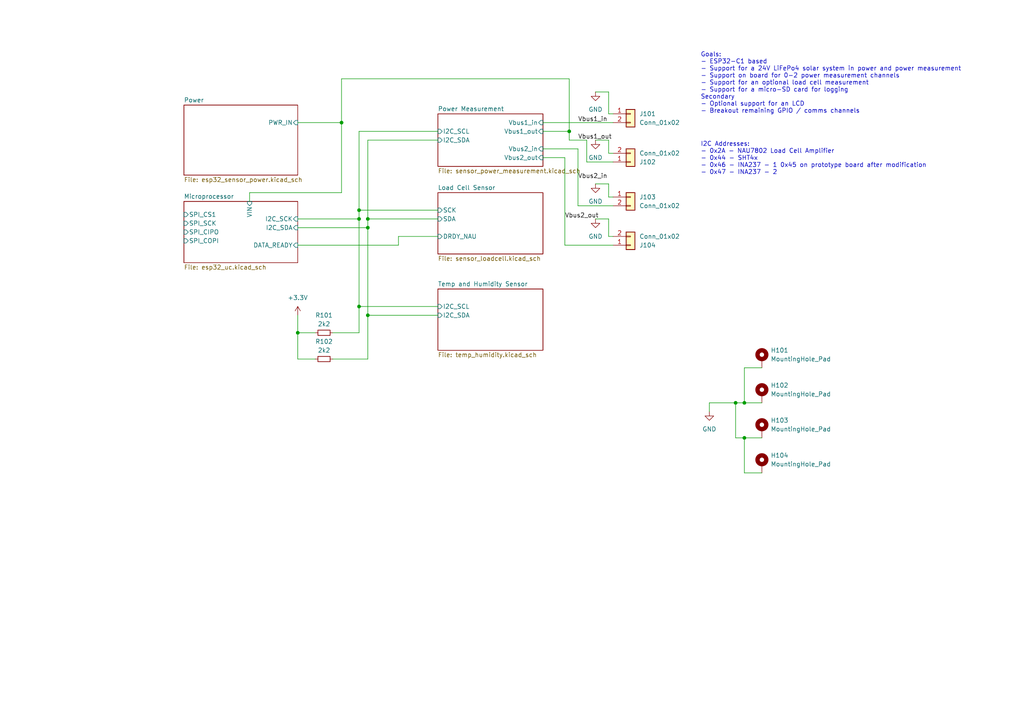
<source format=kicad_sch>
(kicad_sch (version 20230121) (generator eeschema)
  (paper "A4")
  (lib_symbols
    (symbol "Connector_Generic:Conn_01x02" (pin_names (offset 1.016) hide)
      (property "Reference" "J" (at 0 2.54 0))
      (property "Value" "Conn_01x02" (at 0 -5.08 0))
      (symbol "Conn_01x02_1_1"
        (rectangle (start -1.27 -2.413) (end 0 -2.667) (stroke (width 0.1524)))
        (rectangle (start -1.27 0.127) (end 0 -0.127) (stroke (width 0.1524)))
        (rectangle (start -1.27 1.27) (end 1.27 -3.81) (stroke (width 0.254)) (fill (type background)))
        (pin passive line (at -5.08 0 0) (length 3.81) (name "Pin_1") (number "1"))
        (pin passive line (at -5.08 -2.54 0) (length 3.81) (name "Pin_2") (number "2"))
      )
    )
    (symbol "Device:R_Small" (pin_numbers hide) (pin_names (offset 0.254) hide)
      (property "Reference" "R" (at 0.762 0.508 0))
      (property "Value" "R_Small" (at 0.762 -1.016 0))
      (symbol "R_Small_0_1"
        (rectangle (start -0.762 1.778) (end 0.762 -1.778) (stroke (width 0.2032)))
      )
      (symbol "R_Small_1_1"
        (pin passive line (at 0 2.54 270) (length 0.762) (name "~") (number "1"))
        (pin passive line (at 0 -2.54 90) (length 0.762) (name "~") (number "2"))
      )
    )
    (symbol "Mechanical:MountingHole_Pad" (pin_numbers hide) (pin_names (offset 1.016) hide)
      (property "Reference" "H" (at 0 6.35 0))
      (property "Value" "MountingHole_Pad" (at 0 4.445 0))
      (symbol "MountingHole_Pad_0_1"
        (circle (center 0 1.27) (radius 1.27) (stroke (width 1.27)))
      )
      (symbol "MountingHole_Pad_1_1"
        (pin input line (at 0 -2.54 90) (length 2.54) (name "1") (number "1"))
      )
    )
    (symbol "power:+3.3V" (power) (pin_names (offset 0))
      (property "Value" "+3.3V" (at 0 3.556 0))
      (symbol "+3.3V_0_1"
        (polyline (pts (xy -0.762 1.27) (xy 0 2.54)))
        (polyline (pts (xy 0 0) (xy 0 2.54)))
        (polyline (pts (xy 0 2.54) (xy 0.762 1.27)))
      )
      (symbol "+3.3V_1_1"
        (pin power_in line (at 0 0 90) (length 0) hide (name "+3.3V") (number "1"))
      )
    )
    (symbol "power:GND" (power) (pin_names (offset 0))
      (property "Value" "GND" (at 0 -3.81 0))
      (symbol "GND_0_1"
        (polyline (pts (xy 0 0) (xy 0 -1.27) (xy 1.27 -1.27) (xy 0 -2.54) (xy -1.27 -1.27) (xy 0 -1.27)))
      )
      (symbol "GND_1_1"
        (pin power_in line (at 0 0 270) (length 0) hide (name "GND") (number "1"))
      )
    )
  )
  (junction (at 106.68 91.44))
  (junction (at 106.68 66.04))
  (junction (at 213.36 116.84))
  (junction (at 99.06 35.56))
  (junction (at 104.14 60.96))
  (junction (at 215.9 127))
  (junction (at 104.14 63.5))
  (junction (at 106.68 63.5))
  (junction (at 104.14 88.9))
  (junction (at 86.36 96.52))
  (junction (at 165.1 38.1))
  (junction (at 215.9 116.84))
  (wire (pts (xy 99.06 22.86) (xy 165.1 22.86)))
  (wire (pts (xy 163.83 71.12) (xy 177.8 71.12)))
  (wire (pts (xy 96.52 96.52) (xy 104.14 96.52)))
  (wire (pts (xy 177.8 44.45) (xy 176.53 44.45)))
  (wire (pts (xy 205.74 116.84) (xy 213.36 116.84)))
  (wire (pts (xy 176.53 63.5) (xy 176.53 68.58)))
  (wire (pts (xy 86.36 91.44) (xy 86.36 96.52)))
  (wire (pts (xy 86.36 71.12) (xy 115.57 71.12)))
  (wire (pts (xy 99.06 55.88) (xy 99.06 35.56)))
  (wire (pts (xy 170.18 40.64) (xy 170.18 46.99)))
  (wire (pts (xy 165.1 38.1) (xy 165.1 40.64)))
  (wire (pts (xy 72.39 58.42) (xy 72.39 55.88)))
  (wire (pts (xy 99.06 35.56) (xy 99.06 22.86)))
  (wire (pts (xy 106.68 104.14) (xy 106.68 91.44)))
  (wire (pts (xy 165.1 22.86) (xy 165.1 38.1)))
  (wire (pts (xy 205.74 119.38) (xy 205.74 116.84)))
  (wire (pts (xy 104.14 88.9) (xy 104.14 63.5)))
  (wire (pts (xy 213.36 116.84) (xy 215.9 116.84)))
  (wire (pts (xy 106.68 63.5) (xy 127 63.5)))
  (wire (pts (xy 115.57 68.58) (xy 127 68.58)))
  (wire (pts (xy 215.9 116.84) (xy 215.9 106.68)))
  (wire (pts (xy 104.14 60.96) (xy 127 60.96)))
  (wire (pts (xy 215.9 116.84) (xy 220.98 116.84)))
  (wire (pts (xy 176.53 44.45) (xy 176.53 40.64)))
  (wire (pts (xy 104.14 60.96) (xy 104.14 38.1)))
  (wire (pts (xy 170.18 46.99) (xy 177.8 46.99)))
  (wire (pts (xy 172.72 63.5) (xy 176.53 63.5)))
  (wire (pts (xy 215.9 137.16) (xy 220.98 137.16)))
  (wire (pts (xy 167.64 59.69) (xy 177.8 59.69)))
  (wire (pts (xy 176.53 68.58) (xy 177.8 68.58)))
  (wire (pts (xy 86.36 63.5) (xy 104.14 63.5)))
  (wire (pts (xy 176.53 53.34) (xy 176.53 57.15)))
  (wire (pts (xy 176.53 33.02) (xy 177.8 33.02)))
  (wire (pts (xy 104.14 38.1) (xy 127 38.1)))
  (wire (pts (xy 165.1 38.1) (xy 157.48 38.1)))
  (wire (pts (xy 157.48 35.56) (xy 177.8 35.56)))
  (wire (pts (xy 91.44 104.14) (xy 86.36 104.14)))
  (wire (pts (xy 215.9 127) (xy 215.9 137.16)))
  (wire (pts (xy 165.1 40.64) (xy 170.18 40.64)))
  (wire (pts (xy 176.53 40.64) (xy 172.72 40.64)))
  (wire (pts (xy 115.57 71.12) (xy 115.57 68.58)))
  (wire (pts (xy 167.64 43.18) (xy 167.64 59.69)))
  (wire (pts (xy 104.14 96.52) (xy 104.14 88.9)))
  (wire (pts (xy 86.36 104.14) (xy 86.36 96.52)))
  (wire (pts (xy 213.36 116.84) (xy 213.36 127)))
  (wire (pts (xy 163.83 45.72) (xy 163.83 71.12)))
  (wire (pts (xy 106.68 40.64) (xy 106.68 63.5)))
  (wire (pts (xy 172.72 53.34) (xy 176.53 53.34)))
  (wire (pts (xy 176.53 57.15) (xy 177.8 57.15)))
  (wire (pts (xy 127 88.9) (xy 104.14 88.9)))
  (wire (pts (xy 96.52 104.14) (xy 106.68 104.14)))
  (wire (pts (xy 127 91.44) (xy 106.68 91.44)))
  (wire (pts (xy 86.36 35.56) (xy 99.06 35.56)))
  (wire (pts (xy 72.39 55.88) (xy 99.06 55.88)))
  (wire (pts (xy 106.68 91.44) (xy 106.68 66.04)))
  (wire (pts (xy 213.36 127) (xy 215.9 127)))
  (wire (pts (xy 104.14 63.5) (xy 104.14 60.96)))
  (wire (pts (xy 86.36 96.52) (xy 91.44 96.52)))
  (wire (pts (xy 215.9 127) (xy 220.98 127)))
  (wire (pts (xy 106.68 66.04) (xy 106.68 63.5)))
  (wire (pts (xy 127 40.64) (xy 106.68 40.64)))
  (wire (pts (xy 157.48 43.18) (xy 167.64 43.18)))
  (wire (pts (xy 172.72 26.67) (xy 176.53 26.67)))
  (wire (pts (xy 157.48 45.72) (xy 163.83 45.72)))
  (wire (pts (xy 86.36 66.04) (xy 106.68 66.04)))
  (wire (pts (xy 215.9 106.68) (xy 220.98 106.68)))
  (wire (pts (xy 176.53 26.67) (xy 176.53 33.02)))
  (text "Goals:\n- ESP32-C1 based\n- Support for a 24V LiFePo4 solar system in power and power measurement\n- Support on board for 0-2 power measurement channels\n- Support for an optional load cell measurement\n- Support for a micro-SD card for logging\nSecondary\n- Optional support for an LCD\n- Breakout remaining GPIO / comms channels" (at 203.2 33.02 0) (effects (font (size 1.27 1.27)) (justify left bottom)))
  (text "I2C Addresses:\n- 0x2A - NAU7802 Load Cell Amplifier\n- 0x44 - SHT4x\n- 0x46 - INA237 - 1 0x45 on prototype board after modification\n- 0x47 - INA237 - 2" (at 203.2 50.8 0) (effects (font (size 1.27 1.27)) (justify left bottom)))
  (label "Vbus2_out" (at 163.83 63.5 0))
  (label "Vbus1_in" (at 167.64 35.56 0))
  (label "Vbus1_out" (at 167.64 40.64 0))
  (label "Vbus2_in" (at 167.64 52.07 0))
  (symbol (lib_id "Device:R_Small") (at 93.98 104.14 90) (unit 1)
    (property "Reference" "R102" (at 93.98 99.06 90))
    (property "Value" "2k2" (at 93.98 101.6 90))
    (property "Footprint" "Resistor_SMD:R_0603_1608Metric" (effects hide))
  )
  (symbol (lib_id "Mechanical:MountingHole_Pad") (at 220.98 114.3 0) (unit 1)
    (property "Reference" "H102" (at 223.52 111.76 0) (effects (justify left)))
    (property "Value" "MountingHole_Pad" (at 223.52 114.3 0) (effects (justify left)))
    (property "Footprint" "MountingHole:MountingHole_3.2mm_M3_DIN965_Pad" (effects hide))
  )
  (symbol (lib_id "power:GND") (at 172.72 63.5 0) (unit 1)
    (property "Reference" "#PWR0106" (effects hide))
    (property "Value" "GND" (at 172.72 68.58 0))
  )
  (symbol (lib_id "power:+3.3V") (at 86.36 91.44 0) (unit 1)
    (property "Reference" "#PWR0101" (effects hide))
    (property "Value" "+3.3V" (at 86.36 86.36 0))
  )
  (symbol (lib_id "power:GND") (at 205.74 119.38 0) (unit 1)
    (property "Reference" "#PWR0102" (effects hide))
    (property "Value" "GND" (at 205.74 124.46 0))
  )
  (symbol (lib_id "Mechanical:MountingHole_Pad") (at 220.98 124.46 0) (unit 1)
    (property "Reference" "H103" (at 223.52 121.92 0) (effects (justify left)))
    (property "Value" "MountingHole_Pad" (at 223.52 124.46 0) (effects (justify left)))
    (property "Footprint" "MountingHole:MountingHole_3.2mm_M3_DIN965_Pad" (effects hide))
  )
  (symbol (lib_id "power:GND") (at 172.72 40.64 0) (unit 1)
    (property "Reference" "#PWR0104" (effects hide))
    (property "Value" "GND" (at 172.72 45.72 0))
  )
  (symbol (lib_id "power:GND") (at 172.72 53.34 0) (unit 1)
    (property "Reference" "#PWR0105" (effects hide))
    (property "Value" "GND" (at 172.72 58.42 0))
  )
  (symbol (lib_id "Mechanical:MountingHole_Pad") (at 220.98 134.62 0) (unit 1)
    (property "Reference" "H104" (at 223.52 132.08 0) (effects (justify left)))
    (property "Value" "MountingHole_Pad" (at 223.52 134.62 0) (effects (justify left)))
    (property "Footprint" "MountingHole:MountingHole_3.2mm_M3_DIN965_Pad" (effects hide))
  )
  (symbol (lib_id "Connector_Generic:Conn_01x02") (at 182.88 46.99 0) (mirror x) (unit 1)
    (property "Reference" "J102" (at 185.42 46.99 0) (effects (justify left)))
    (property "Value" "Conn_01x02" (at 185.42 44.45 0) (effects (justify left)))
    (property "Footprint" "Connector_Phoenix_MSTB:PhoenixContact_MSTBA_2,5_2-G-5,08_1x02_P5.08mm_Horizontal" (effects hide))
  )
  (symbol (lib_id "Connector_Generic:Conn_01x02") (at 182.88 57.15 0) (unit 1)
    (property "Reference" "J103" (at 185.42 57.15 0) (effects (justify left)))
    (property "Value" "Conn_01x02" (at 185.42 59.69 0) (effects (justify left)))
    (property "Footprint" "Connector_Phoenix_MSTB:PhoenixContact_MSTBA_2,5_2-G-5,08_1x02_P5.08mm_Horizontal" (effects hide))
  )
  (symbol (lib_id "Connector_Generic:Conn_01x02") (at 182.88 33.02 0) (unit 1)
    (property "Reference" "J101" (at 185.42 33.02 0) (effects (justify left)))
    (property "Value" "Conn_01x02" (at 185.42 35.56 0) (effects (justify left)))
    (property "Footprint" "Connector_Phoenix_MSTB:PhoenixContact_MSTBA_2,5_2-G-5,08_1x02_P5.08mm_Horizontal" (effects hide))
  )
  (symbol (lib_id "power:GND") (at 172.72 26.67 0) (unit 1)
    (property "Reference" "#PWR0103" (effects hide))
    (property "Value" "GND" (at 172.72 31.75 0))
  )
  (symbol (lib_id "Device:R_Small") (at 93.98 96.52 90) (unit 1)
    (property "Reference" "R101" (at 93.98 91.44 90))
    (property "Value" "2k2" (at 93.98 93.98 90))
    (property "Footprint" "Resistor_SMD:R_0603_1608Metric" (effects hide))
  )
  (symbol (lib_id "Mechanical:MountingHole_Pad") (at 220.98 104.14 0) (unit 1)
    (property "Reference" "H101" (at 223.52 101.6 0) (effects (justify left)))
    (property "Value" "MountingHole_Pad" (at 223.52 104.14 0) (effects (justify left)))
    (property "Footprint" "MountingHole:MountingHole_3.2mm_M3_DIN965_Pad" (effects hide))
  )
  (symbol (lib_id "Connector_Generic:Conn_01x02") (at 182.88 71.12 0) (mirror x) (unit 1)
    (property "Reference" "J104" (at 185.42 71.12 0) (effects (justify left)))
    (property "Value" "Conn_01x02" (at 185.42 68.58 0) (effects (justify left)))
    (property "Footprint" "Connector_Phoenix_MSTB:PhoenixContact_MSTBA_2,5_2-G-5,08_1x02_P5.08mm_Horizontal" (effects hide))
  )
  (sheet (at 53.34 30.48) (size 33.02 20.32) (stroke (width 0.1524))
    (property "Sheetname" "Power" (at 53.34 29.7684 0) (effects (justify left bottom)))
    (property "Sheetfile" "esp32_sensor_power.kicad_sch" (at 53.34 51.3846 0) (effects (justify left top)))
    (pin "PWR_IN" input (at 86.36 35.56 0))
  )
  (sheet (at 53.34 58.42) (size 33.02 17.78) (stroke (width 0.1524))
    (property "Sheetname" "Microprocessor" (at 53.34 57.7084 0) (effects (justify left bottom)))
    (property "Sheetfile" "esp32_uc.kicad_sch" (at 53.34 76.7846 0) (effects (justify left top)))
    (pin "I2C_SCK" input (at 86.36 63.5 0))
    (pin "I2C_SDA" input (at 86.36 66.04 0))
    (pin "SPI_CS1" input (at 53.34 62.23 180))
    (pin "SPI_SCK" input (at 53.34 64.77 180))
    (pin "SPI_CIPO" input (at 53.34 67.31 180))
    (pin "SPI_COPI" input (at 53.34 69.85 180))
    (pin "VIN" input (at 72.39 58.42 90))
    (pin "DATA_READY" input (at 86.36 71.12 0))
  )
  (sheet (at 127 33.02) (size 30.48 15.24) (stroke (width 0.1524))
    (property "Sheetname" "Power Measurement" (at 127 32.3084 0) (effects (justify left bottom)))
    (property "Sheetfile" "sensor_power_measurement.kicad_sch" (at 127 48.8446 0) (effects (justify left top)))
    (pin "I2C_SCL" input (at 127 38.1 180))
    (pin "I2C_SDA" input (at 127 40.64 180))
    (pin "Vbus1_in" input (at 157.48 35.56 0))
    (pin "Vbus2_out" input (at 157.48 45.72 0))
    (pin "Vbus2_in" input (at 157.48 43.18 0))
    (pin "Vbus1_out" input (at 157.48 38.1 0))
  )
  (sheet (at 127 83.82) (size 30.48 17.78) (stroke (width 0.1524))
    (property "Sheetname" "Temp and Humidity Sensor" (at 127 83.1084 0) (effects (justify left bottom)))
    (property "Sheetfile" "temp_humidity.kicad_sch" (at 127 102.1846 0) (effects (justify left top)))
    (pin "I2C_SCL" input (at 127 88.9 180))
    (pin "I2C_SDA" input (at 127 91.44 180))
  )
  (sheet (at 127 55.88) (size 30.48 17.78) (stroke (width 0.1524))
    (property "Sheetname" "Load Cell Sensor" (at 127 55.1684 0) (effects (justify left bottom)))
    (property "Sheetfile" "sensor_loadcell.kicad_sch" (at 127 74.2446 0) (effects (justify left top)))
    (pin "SCK" input (at 127 60.96 180))
    (pin "DRDY_NAU" input (at 127 68.58 180))
    (pin "SDA" input (at 127 63.5 180))
  )
)
</source>
